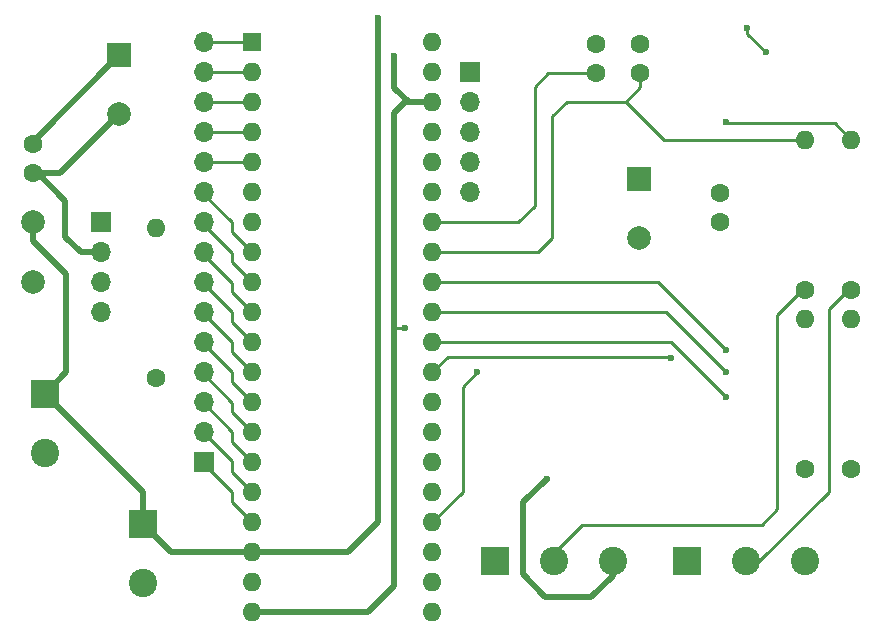
<source format=gbl>
G04 #@! TF.FileFunction,Copper,L2,Bot,Signal*
%FSLAX46Y46*%
G04 Gerber Fmt 4.6, Leading zero omitted, Abs format (unit mm)*
G04 Created by KiCad (PCBNEW 4.0.7) date Wed Oct 25 19:06:34 2017*
%MOMM*%
%LPD*%
G01*
G04 APERTURE LIST*
%ADD10C,0.100000*%
%ADD11C,1.600000*%
%ADD12R,2.000000X2.000000*%
%ADD13C,2.000000*%
%ADD14R,2.400000X2.400000*%
%ADD15C,2.400000*%
%ADD16R,1.700000X1.700000*%
%ADD17O,1.700000X1.700000*%
%ADD18O,1.600000X1.600000*%
%ADD19R,1.600000X1.600000*%
%ADD20C,0.600000*%
%ADD21C,0.500000*%
%ADD22C,0.250000*%
G04 APERTURE END LIST*
D10*
D11*
X23450000Y-31150000D03*
X23450000Y-33650000D03*
D12*
X30750000Y-23650000D03*
D13*
X30750000Y-28650000D03*
X23450000Y-37800000D03*
X23450000Y-42800000D03*
D14*
X32750000Y-63300000D03*
D15*
X32750000Y-68300000D03*
D14*
X24450000Y-52300000D03*
D15*
X24450000Y-57300000D03*
D11*
X81650000Y-35300000D03*
X81650000Y-37800000D03*
D12*
X74750000Y-34100000D03*
D13*
X74750000Y-39100000D03*
D11*
X74900000Y-25150000D03*
X74900000Y-22650000D03*
X71150000Y-25150000D03*
X71150000Y-22650000D03*
D16*
X29200000Y-37800000D03*
D17*
X29200000Y-40340000D03*
X29200000Y-42880000D03*
X29200000Y-45420000D03*
D11*
X33850000Y-51000000D03*
D18*
X33850000Y-38300000D03*
D11*
X88850000Y-43500000D03*
D18*
X88850000Y-30800000D03*
D11*
X88850000Y-58700000D03*
D18*
X88850000Y-46000000D03*
D11*
X92750000Y-43500000D03*
D18*
X92750000Y-30800000D03*
D11*
X92750000Y-58700000D03*
D18*
X92750000Y-46000000D03*
D14*
X62550000Y-66500000D03*
D15*
X67550000Y-66500000D03*
X72550000Y-66500000D03*
D14*
X78850000Y-66500000D03*
D15*
X83850000Y-66500000D03*
X88850000Y-66500000D03*
D19*
X42050000Y-22550000D03*
D18*
X57290000Y-70810000D03*
X42050000Y-25090000D03*
X57290000Y-68270000D03*
X42050000Y-27630000D03*
X57290000Y-65730000D03*
X42050000Y-30170000D03*
X57290000Y-63190000D03*
X42050000Y-32710000D03*
X57290000Y-60650000D03*
X42050000Y-35250000D03*
X57290000Y-58110000D03*
X42050000Y-37790000D03*
X57290000Y-55570000D03*
X42050000Y-40330000D03*
X57290000Y-53030000D03*
X42050000Y-42870000D03*
X57290000Y-50490000D03*
X42050000Y-45410000D03*
X57290000Y-47950000D03*
X42050000Y-47950000D03*
X57290000Y-45410000D03*
X42050000Y-50490000D03*
X57290000Y-42870000D03*
X42050000Y-53030000D03*
X57290000Y-40330000D03*
X42050000Y-55570000D03*
X57290000Y-37790000D03*
X42050000Y-58110000D03*
X57290000Y-35250000D03*
X42050000Y-60650000D03*
X57290000Y-32710000D03*
X42050000Y-63190000D03*
X57290000Y-30170000D03*
X42050000Y-65730000D03*
X57290000Y-27630000D03*
X42050000Y-68270000D03*
X57290000Y-25090000D03*
X42050000Y-70810000D03*
X57290000Y-22550000D03*
D16*
X37950000Y-58050000D03*
D17*
X37950000Y-55510000D03*
X37950000Y-52970000D03*
X37950000Y-50430000D03*
X37950000Y-47890000D03*
X37950000Y-45350000D03*
X37950000Y-42810000D03*
X37950000Y-40270000D03*
X37950000Y-37730000D03*
X37950000Y-35190000D03*
X37950000Y-32650000D03*
X37950000Y-30110000D03*
X37950000Y-27570000D03*
X37950000Y-25030000D03*
X37950000Y-22490000D03*
D16*
X60450000Y-25100000D03*
D17*
X60450000Y-27640000D03*
X60450000Y-30180000D03*
X60450000Y-32720000D03*
X60450000Y-35260000D03*
D20*
X54050000Y-23700000D03*
X54950000Y-46700000D03*
X66950000Y-59500000D03*
X85550000Y-23400000D03*
X83950000Y-21300000D03*
X52650000Y-20500000D03*
X82150000Y-29300000D03*
X61050000Y-50500000D03*
X77450000Y-49300000D03*
X82150000Y-52600000D03*
X82150000Y-50500000D03*
X82150000Y-48600000D03*
D21*
X55280000Y-27630000D02*
X54050000Y-26400000D01*
X54050000Y-26400000D02*
X54050000Y-23700000D01*
X55280000Y-27630000D02*
X57290000Y-27630000D01*
X23450000Y-31150000D02*
X23450000Y-30950000D01*
X23450000Y-30950000D02*
X30750000Y-23650000D01*
D22*
X54950000Y-46700000D02*
X54050000Y-46700000D01*
X54050000Y-46700000D02*
X54150000Y-46700000D01*
X54150000Y-46700000D02*
X54050000Y-46700000D01*
D21*
X42050000Y-70810000D02*
X51790000Y-70810000D01*
X51790000Y-70810000D02*
X54050000Y-68550000D01*
X54050000Y-68550000D02*
X54050000Y-46700000D01*
X54050000Y-46700000D02*
X54050000Y-28550000D01*
X54970000Y-27630000D02*
X57290000Y-27630000D01*
X54050000Y-28550000D02*
X54970000Y-27630000D01*
X23450000Y-33650000D02*
X23850000Y-33650000D01*
X23850000Y-33650000D02*
X26200000Y-36000000D01*
X27540000Y-40340000D02*
X29200000Y-40340000D01*
X26200000Y-39000000D02*
X27540000Y-40340000D01*
X26200000Y-36000000D02*
X26200000Y-39000000D01*
X23450000Y-33650000D02*
X25750000Y-33650000D01*
X25750000Y-33650000D02*
X30750000Y-28650000D01*
X70750000Y-69500000D02*
X72550000Y-67700000D01*
X66850000Y-69500000D02*
X70750000Y-69500000D01*
X64950000Y-67600000D02*
X66850000Y-69500000D01*
X64950000Y-61500000D02*
X64950000Y-67600000D01*
X66950000Y-59500000D02*
X64950000Y-61500000D01*
X72550000Y-67700000D02*
X72550000Y-66500000D01*
X42050000Y-65730000D02*
X35180000Y-65730000D01*
X35180000Y-65730000D02*
X32750000Y-63300000D01*
X32750000Y-63300000D02*
X32750000Y-60600000D01*
X32750000Y-60600000D02*
X24450000Y-52300000D01*
X23450000Y-37800000D02*
X23450000Y-39400000D01*
X26250000Y-50500000D02*
X24450000Y-52300000D01*
X26250000Y-42200000D02*
X26250000Y-50500000D01*
X23450000Y-39400000D02*
X26250000Y-42200000D01*
D22*
X85550000Y-23400000D02*
X83950000Y-21800000D01*
X83950000Y-21800000D02*
X83950000Y-21300000D01*
D21*
X52650000Y-20500000D02*
X52650000Y-34200000D01*
X52650000Y-34200000D02*
X52650000Y-45800000D01*
X52650000Y-45800000D02*
X52650000Y-60300000D01*
X52650000Y-60300000D02*
X52650000Y-63200000D01*
X52650000Y-63200000D02*
X50120000Y-65730000D01*
X50120000Y-65730000D02*
X42050000Y-65730000D01*
D22*
X88850000Y-30800000D02*
X76850000Y-30800000D01*
X76850000Y-30800000D02*
X73650000Y-27600000D01*
X57290000Y-40330000D02*
X66220000Y-40330000D01*
X74900000Y-26350000D02*
X74900000Y-25150000D01*
X73650000Y-27600000D02*
X74900000Y-26350000D01*
X68650000Y-27600000D02*
X73650000Y-27600000D01*
X67450000Y-28800000D02*
X68650000Y-27600000D01*
X67450000Y-39100000D02*
X67450000Y-28800000D01*
X66220000Y-40330000D02*
X67450000Y-39100000D01*
X91350000Y-29400000D02*
X92750000Y-30800000D01*
X82250000Y-29400000D02*
X91350000Y-29400000D01*
X82150000Y-29300000D02*
X82250000Y-29400000D01*
X57290000Y-37790000D02*
X64560000Y-37790000D01*
X67100000Y-25150000D02*
X71150000Y-25150000D01*
X65950000Y-26300000D02*
X67100000Y-25150000D01*
X65950000Y-36400000D02*
X65950000Y-26300000D01*
X64560000Y-37790000D02*
X65950000Y-36400000D01*
X42050000Y-22550000D02*
X38010000Y-22550000D01*
X38010000Y-22550000D02*
X37950000Y-22490000D01*
X37950000Y-58050000D02*
X37950000Y-58250000D01*
X37950000Y-58250000D02*
X40350000Y-60650000D01*
X40350000Y-60650000D02*
X40350000Y-61490000D01*
X40350000Y-61490000D02*
X42050000Y-63190000D01*
X42050000Y-25090000D02*
X38010000Y-25090000D01*
X38010000Y-25090000D02*
X37950000Y-25030000D01*
X42050000Y-27630000D02*
X38010000Y-27630000D01*
X38010000Y-27630000D02*
X37950000Y-27570000D01*
X37950000Y-30110000D02*
X41990000Y-30110000D01*
D21*
X42040000Y-30160000D02*
X42050000Y-30170000D01*
D22*
X37950000Y-32650000D02*
X41990000Y-32650000D01*
X41990000Y-32650000D02*
X42050000Y-32710000D01*
D21*
X38310000Y-32710000D02*
X38300000Y-32700000D01*
D22*
X41980000Y-35180000D02*
X42050000Y-35250000D01*
D21*
X41980000Y-35180000D02*
X42050000Y-35250000D01*
D22*
X37950000Y-35190000D02*
X37950000Y-35450000D01*
X37950000Y-35450000D02*
X40300000Y-37800000D01*
X40300000Y-38580000D02*
X42050000Y-40330000D01*
X40300000Y-37800000D02*
X40300000Y-38580000D01*
X37950000Y-35190000D02*
X38340000Y-35190000D01*
X59850000Y-60630000D02*
X57290000Y-63190000D01*
X59850000Y-51700000D02*
X59850000Y-60630000D01*
X61050000Y-50500000D02*
X59850000Y-51700000D01*
X37950000Y-37730000D02*
X37950000Y-38050000D01*
X37950000Y-38050000D02*
X40300000Y-40400000D01*
X40300000Y-40400000D02*
X40300000Y-41120000D01*
X40300000Y-41120000D02*
X42050000Y-42870000D01*
X37950000Y-40270000D02*
X37950000Y-40550000D01*
X37950000Y-40550000D02*
X40300000Y-42900000D01*
X40300000Y-42900000D02*
X40300000Y-43660000D01*
X40300000Y-43660000D02*
X42050000Y-45410000D01*
X37950000Y-42810000D02*
X37950000Y-43000000D01*
X37950000Y-43000000D02*
X40300000Y-45350000D01*
X40300000Y-45350000D02*
X40300000Y-46200000D01*
X40300000Y-46200000D02*
X42050000Y-47950000D01*
X37950000Y-45350000D02*
X37950000Y-45550000D01*
X37950000Y-45550000D02*
X40300000Y-47900000D01*
X40300000Y-47900000D02*
X40300000Y-48740000D01*
X40300000Y-48740000D02*
X42050000Y-50490000D01*
X37950000Y-47890000D02*
X37950000Y-48100000D01*
X37950000Y-48100000D02*
X40300000Y-50450000D01*
X40300000Y-50450000D02*
X40300000Y-51280000D01*
X40300000Y-51280000D02*
X42050000Y-53030000D01*
X58580000Y-49200000D02*
X57290000Y-50490000D01*
X77350000Y-49200000D02*
X58580000Y-49200000D01*
X77450000Y-49300000D02*
X77350000Y-49200000D01*
X37950000Y-50430000D02*
X37950000Y-50650000D01*
X37950000Y-50650000D02*
X40350000Y-53050000D01*
X40350000Y-53050000D02*
X40350000Y-53870000D01*
X40350000Y-53870000D02*
X42050000Y-55570000D01*
X77500000Y-47950000D02*
X57290000Y-47950000D01*
X82150000Y-52600000D02*
X77500000Y-47950000D01*
X37950000Y-52970000D02*
X37950000Y-53100000D01*
X37950000Y-53100000D02*
X40350000Y-55500000D01*
X40350000Y-55500000D02*
X40350000Y-56410000D01*
X40350000Y-56410000D02*
X42050000Y-58110000D01*
X77060000Y-45410000D02*
X57290000Y-45410000D01*
X82150000Y-50500000D02*
X77060000Y-45410000D01*
X37950000Y-55510000D02*
X37950000Y-55600000D01*
X37950000Y-55600000D02*
X40350000Y-58000000D01*
X40350000Y-58000000D02*
X40350000Y-58950000D01*
X40350000Y-58950000D02*
X42050000Y-60650000D01*
X42050000Y-60650000D02*
X41950000Y-60650000D01*
X76420000Y-42870000D02*
X57290000Y-42870000D01*
X82150000Y-48600000D02*
X76420000Y-42870000D01*
X67550000Y-66500000D02*
X67550000Y-65800000D01*
X67550000Y-65800000D02*
X69950000Y-63400000D01*
X69950000Y-63400000D02*
X85150000Y-63400000D01*
X85150000Y-63400000D02*
X86450000Y-62100000D01*
X88550000Y-43500000D02*
X86450000Y-45600000D01*
X86450000Y-45600000D02*
X86450000Y-62100000D01*
X88850000Y-43500000D02*
X88550000Y-43500000D01*
X83850000Y-66500000D02*
X84950000Y-66500000D01*
X84950000Y-66500000D02*
X90850000Y-60600000D01*
X90850000Y-60600000D02*
X90850000Y-59500000D01*
X92750000Y-43500000D02*
X92450000Y-43500000D01*
X92450000Y-43500000D02*
X90850000Y-45100000D01*
X90850000Y-45100000D02*
X90850000Y-59500000D01*
M02*

</source>
